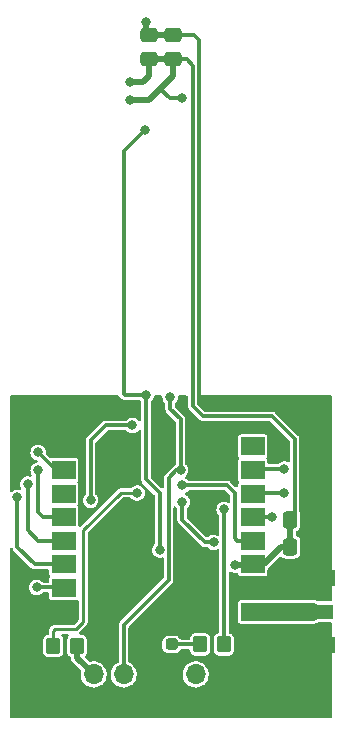
<source format=gtl>
G04 #@! TF.GenerationSoftware,KiCad,Pcbnew,6.0.10*
G04 #@! TF.CreationDate,2023-04-28T22:47:19-05:00*
G04 #@! TF.ProjectId,gas_sensor,6761735f-7365-46e7-936f-722e6b696361,rev?*
G04 #@! TF.SameCoordinates,Original*
G04 #@! TF.FileFunction,Copper,L1,Top*
G04 #@! TF.FilePolarity,Positive*
%FSLAX46Y46*%
G04 Gerber Fmt 4.6, Leading zero omitted, Abs format (unit mm)*
G04 Created by KiCad (PCBNEW 6.0.10) date 2023-04-28 22:47:19*
%MOMM*%
%LPD*%
G01*
G04 APERTURE LIST*
G04 Aperture macros list*
%AMRoundRect*
0 Rectangle with rounded corners*
0 $1 Rounding radius*
0 $2 $3 $4 $5 $6 $7 $8 $9 X,Y pos of 4 corners*
0 Add a 4 corners polygon primitive as box body*
4,1,4,$2,$3,$4,$5,$6,$7,$8,$9,$2,$3,0*
0 Add four circle primitives for the rounded corners*
1,1,$1+$1,$2,$3*
1,1,$1+$1,$4,$5*
1,1,$1+$1,$6,$7*
1,1,$1+$1,$8,$9*
0 Add four rect primitives between the rounded corners*
20,1,$1+$1,$2,$3,$4,$5,0*
20,1,$1+$1,$4,$5,$6,$7,0*
20,1,$1+$1,$6,$7,$8,$9,0*
20,1,$1+$1,$8,$9,$2,$3,0*%
G04 Aperture macros list end*
G04 #@! TA.AperFunction,SMDPad,CuDef*
%ADD10RoundRect,0.237500X-0.287500X-0.237500X0.287500X-0.237500X0.287500X0.237500X-0.287500X0.237500X0*%
G04 #@! TD*
G04 #@! TA.AperFunction,SMDPad,CuDef*
%ADD11RoundRect,0.250000X0.350000X0.450000X-0.350000X0.450000X-0.350000X-0.450000X0.350000X-0.450000X0*%
G04 #@! TD*
G04 #@! TA.AperFunction,SMDPad,CuDef*
%ADD12RoundRect,0.250000X0.337500X0.475000X-0.337500X0.475000X-0.337500X-0.475000X0.337500X-0.475000X0*%
G04 #@! TD*
G04 #@! TA.AperFunction,SMDPad,CuDef*
%ADD13RoundRect,0.250000X0.475000X-0.337500X0.475000X0.337500X-0.475000X0.337500X-0.475000X-0.337500X0*%
G04 #@! TD*
G04 #@! TA.AperFunction,SMDPad,CuDef*
%ADD14RoundRect,0.250000X-0.350000X-0.450000X0.350000X-0.450000X0.350000X0.450000X-0.350000X0.450000X0*%
G04 #@! TD*
G04 #@! TA.AperFunction,SMDPad,CuDef*
%ADD15R,2.000000X1.500000*%
G04 #@! TD*
G04 #@! TA.AperFunction,SMDPad,CuDef*
%ADD16R,3.600000X1.270000*%
G04 #@! TD*
G04 #@! TA.AperFunction,SMDPad,CuDef*
%ADD17R,4.200000X1.350000*%
G04 #@! TD*
G04 #@! TA.AperFunction,ComponentPad*
%ADD18R,1.700000X1.700000*%
G04 #@! TD*
G04 #@! TA.AperFunction,ComponentPad*
%ADD19O,1.700000X1.700000*%
G04 #@! TD*
G04 #@! TA.AperFunction,ViaPad*
%ADD20C,0.800000*%
G04 #@! TD*
G04 #@! TA.AperFunction,Conductor*
%ADD21C,0.500000*%
G04 #@! TD*
G04 #@! TA.AperFunction,Conductor*
%ADD22C,0.300000*%
G04 #@! TD*
G04 #@! TA.AperFunction,Conductor*
%ADD23C,0.250000*%
G04 #@! TD*
G04 #@! TA.AperFunction,Conductor*
%ADD24C,1.500000*%
G04 #@! TD*
G04 APERTURE END LIST*
D10*
X125885000Y-89662000D03*
X127635000Y-89662000D03*
D11*
X132048000Y-89662000D03*
X130048000Y-89662000D03*
D12*
X139752000Y-81407000D03*
X137677000Y-81407000D03*
X139743000Y-79121000D03*
X137668000Y-79121000D03*
D13*
X125730000Y-40132000D03*
X125730000Y-38057000D03*
X127762000Y-40132000D03*
X127762000Y-38057000D03*
D14*
X117618000Y-89789000D03*
X119618000Y-89789000D03*
D15*
X134492000Y-86883000D03*
X134492000Y-84883000D03*
X134492000Y-82883000D03*
X134492000Y-80883000D03*
X134492000Y-78883000D03*
X134492000Y-76883000D03*
X134492000Y-74883000D03*
X134492000Y-72883000D03*
X118492000Y-72883000D03*
X118492000Y-74883000D03*
X118492000Y-76883000D03*
X118492000Y-78883000D03*
X118492000Y-80883000D03*
X118492000Y-82883000D03*
X118492000Y-84883000D03*
X118492000Y-86883000D03*
D16*
X139519000Y-86899000D03*
D17*
X139319000Y-84074000D03*
X139319000Y-89724000D03*
D18*
X118491000Y-92202000D03*
D19*
X121031000Y-92202000D03*
X123571000Y-92202000D03*
D18*
X132207000Y-92202000D03*
D19*
X129667000Y-92202000D03*
D20*
X119380000Y-93980000D03*
X129413000Y-83058000D03*
X122428000Y-72390000D03*
X118110000Y-69850000D03*
X115570000Y-87630000D03*
X132080000Y-93980000D03*
X139700000Y-91440000D03*
X134620000Y-93980000D03*
X137160000Y-69850000D03*
X139700000Y-74930000D03*
X125476000Y-36957000D03*
X139700000Y-72390000D03*
X124460000Y-93980000D03*
X115570000Y-69850000D03*
X139446000Y-77724000D03*
X139700000Y-93980000D03*
X115570000Y-92710000D03*
X125349000Y-78359000D03*
X137160000Y-93980000D03*
X115570000Y-90170000D03*
X120650000Y-69850000D03*
X129540000Y-93980000D03*
X127000000Y-93980000D03*
X121920000Y-93980000D03*
X139700000Y-69850000D03*
X116840000Y-93980000D03*
X127508000Y-68707000D03*
X128397000Y-74930000D03*
X128524000Y-43434000D03*
X124079000Y-42037000D03*
X124079000Y-43561000D03*
X132969000Y-82931000D03*
X125476000Y-68580000D03*
X126619000Y-81661000D03*
X125349000Y-46101000D03*
X120777000Y-77470000D03*
X124320500Y-71120000D03*
X124714000Y-76835000D03*
X128524000Y-76200000D03*
X136144000Y-78867000D03*
X137160000Y-76835000D03*
X137160000Y-74803000D03*
X128524000Y-77597000D03*
X131191000Y-81026000D03*
X116332000Y-74930000D03*
X115443000Y-76073000D03*
X114554000Y-77216000D03*
X116205000Y-84836000D03*
X132080000Y-78232000D03*
X116332000Y-73406000D03*
D21*
X139743000Y-79121000D02*
X139743000Y-81398000D01*
D22*
X138684000Y-72009000D02*
X138684000Y-76962000D01*
D21*
X125730000Y-38057000D02*
X127762000Y-38057000D01*
D22*
X139446000Y-77724000D02*
X139743000Y-78021000D01*
X129921000Y-69269894D02*
X130465053Y-69813947D01*
X129921000Y-38481000D02*
X129921000Y-69269894D01*
X139743000Y-78021000D02*
X139743000Y-79121000D01*
D21*
X139743000Y-81398000D02*
X139752000Y-81407000D01*
D23*
X138684000Y-72009000D02*
X138684000Y-71374000D01*
D22*
X129497000Y-38057000D02*
X129921000Y-38481000D01*
D21*
X125476000Y-36957000D02*
X125476000Y-37803000D01*
D22*
X138684000Y-76962000D02*
X139446000Y-77724000D01*
D23*
X138684000Y-71374000D02*
X137160000Y-69850000D01*
X137160000Y-69850000D02*
X130501106Y-69850000D01*
D21*
X125476000Y-37803000D02*
X125730000Y-38057000D01*
D22*
X127762000Y-38057000D02*
X129497000Y-38057000D01*
D23*
X130501106Y-69850000D02*
X130465053Y-69813947D01*
D22*
X128016000Y-74930000D02*
X127381000Y-75565000D01*
X127381000Y-84201000D02*
X123571000Y-88011000D01*
X123571000Y-88011000D02*
X123571000Y-92202000D01*
X127508000Y-69215000D02*
X127508000Y-69723000D01*
X127508000Y-68707000D02*
X127508000Y-69215000D01*
X127508000Y-69723000D02*
X128397000Y-70612000D01*
X128397000Y-74930000D02*
X128016000Y-74930000D01*
X128397000Y-70612000D02*
X128397000Y-74930000D01*
X127381000Y-75565000D02*
X127381000Y-84201000D01*
D21*
X125222000Y-42037000D02*
X125730000Y-41529000D01*
D22*
X138049000Y-72263000D02*
X138049000Y-78740000D01*
D21*
X137677000Y-81407000D02*
X137677000Y-79130000D01*
X137677000Y-79130000D02*
X137668000Y-79121000D01*
X134492000Y-82883000D02*
X135430000Y-82883000D01*
X134540000Y-82931000D02*
X134492000Y-82883000D01*
X134444000Y-82931000D02*
X134492000Y-82883000D01*
D22*
X127762000Y-40132000D02*
X128905000Y-40132000D01*
D21*
X125730000Y-43561000D02*
X126682500Y-42608500D01*
X125730000Y-40132000D02*
X127762000Y-40132000D01*
X124079000Y-43561000D02*
X125730000Y-43561000D01*
X126682500Y-42608500D02*
X127762000Y-41529000D01*
D22*
X128524000Y-43434000D02*
X127508000Y-43434000D01*
X136144000Y-70358000D02*
X138049000Y-72263000D01*
D21*
X135430000Y-82883000D02*
X136906000Y-81407000D01*
X127762000Y-41529000D02*
X127762000Y-40132000D01*
D22*
X138049000Y-78740000D02*
X137668000Y-79121000D01*
D21*
X137668000Y-81398000D02*
X137677000Y-81407000D01*
D22*
X128905000Y-40132000D02*
X129421000Y-40648000D01*
X129421000Y-40648000D02*
X129421000Y-69477000D01*
D21*
X136906000Y-81407000D02*
X137677000Y-81407000D01*
D22*
X130302000Y-70358000D02*
X136144000Y-70358000D01*
X129421000Y-69477000D02*
X130302000Y-70358000D01*
X127508000Y-43434000D02*
X126682500Y-42608500D01*
D21*
X124079000Y-42037000D02*
X125222000Y-42037000D01*
X125730000Y-41529000D02*
X125730000Y-40132000D01*
X132969000Y-82931000D02*
X134444000Y-82931000D01*
D22*
X125476000Y-68580000D02*
X125476000Y-75692000D01*
X123571000Y-47879000D02*
X123571000Y-68453000D01*
X126619000Y-76835000D02*
X126619000Y-81661000D01*
X125476000Y-75692000D02*
X126619000Y-76835000D01*
X125349000Y-46101000D02*
X123571000Y-47879000D01*
X125476000Y-68580000D02*
X123698000Y-68580000D01*
X123698000Y-68580000D02*
X123571000Y-68453000D01*
X122047000Y-71120000D02*
X120777000Y-72390000D01*
X124320500Y-71120000D02*
X122047000Y-71120000D01*
X120777000Y-72390000D02*
X120777000Y-77470000D01*
D21*
X121031000Y-92202000D02*
X119618000Y-90789000D01*
X119618000Y-90789000D02*
X119618000Y-89789000D01*
X121063000Y-92170000D02*
X121031000Y-92202000D01*
D22*
X130048000Y-89662000D02*
X127635000Y-89662000D01*
D23*
X120142000Y-80010000D02*
X120142000Y-87757000D01*
X117618000Y-88503000D02*
X117618000Y-89789000D01*
X117729000Y-88392000D02*
X117618000Y-88503000D01*
X120142000Y-87757000D02*
X119507000Y-88392000D01*
X123317000Y-76835000D02*
X124714000Y-76835000D01*
X123317000Y-76835000D02*
X120142000Y-80010000D01*
X119507000Y-88392000D02*
X117729000Y-88392000D01*
D22*
X132969000Y-76835000D02*
X132969000Y-80645000D01*
X133207000Y-80883000D02*
X134492000Y-80883000D01*
X132334000Y-76200000D02*
X132969000Y-76835000D01*
X132969000Y-80645000D02*
X133207000Y-80883000D01*
X128524000Y-76200000D02*
X132334000Y-76200000D01*
X136144000Y-78867000D02*
X134508000Y-78867000D01*
X134508000Y-78867000D02*
X134492000Y-78883000D01*
X137160000Y-76835000D02*
X134540000Y-76835000D01*
X134540000Y-76835000D02*
X134492000Y-76883000D01*
X134572000Y-74803000D02*
X134492000Y-74883000D01*
X137160000Y-74803000D02*
X134572000Y-74803000D01*
X128524000Y-79121000D02*
X130429000Y-81026000D01*
X130429000Y-81026000D02*
X131191000Y-81026000D01*
X128524000Y-77597000D02*
X128524000Y-79121000D01*
X116729000Y-78883000D02*
X118492000Y-78883000D01*
X116332000Y-78486000D02*
X116729000Y-78883000D01*
X116332000Y-74930000D02*
X116332000Y-78486000D01*
X116316000Y-80883000D02*
X118492000Y-80883000D01*
X115443000Y-80010000D02*
X116316000Y-80883000D01*
X115443000Y-76073000D02*
X115443000Y-80010000D01*
X116030000Y-82883000D02*
X118492000Y-82883000D01*
X114554000Y-77216000D02*
X114554000Y-81407000D01*
X114554000Y-81407000D02*
X116030000Y-82883000D01*
X118445000Y-84836000D02*
X118492000Y-84883000D01*
X116205000Y-84836000D02*
X118445000Y-84836000D01*
X134508000Y-86899000D02*
X134492000Y-86883000D01*
D24*
X139519000Y-86899000D02*
X134508000Y-86899000D01*
D22*
X132080000Y-89630000D02*
X132048000Y-89662000D01*
X132080000Y-80264000D02*
X132080000Y-89630000D01*
X132080000Y-78232000D02*
X132080000Y-80264000D01*
D23*
X116332000Y-73406000D02*
X117809000Y-74883000D01*
X117809000Y-74883000D02*
X118492000Y-74883000D01*
G04 #@! TA.AperFunction,Conductor*
G36*
X123168718Y-68600002D02*
G01*
X123204791Y-68639875D01*
X123206094Y-68638928D01*
X123219216Y-68656989D01*
X123229545Y-68673844D01*
X123239674Y-68693723D01*
X123262462Y-68716511D01*
X123262465Y-68716515D01*
X123434485Y-68888535D01*
X123434489Y-68888538D01*
X123457277Y-68911326D01*
X123475200Y-68920458D01*
X123477160Y-68921457D01*
X123494017Y-68931787D01*
X123512071Y-68944904D01*
X123521501Y-68947968D01*
X123521503Y-68947969D01*
X123533295Y-68951801D01*
X123551557Y-68959365D01*
X123562606Y-68964995D01*
X123562610Y-68964996D01*
X123571445Y-68969498D01*
X123581243Y-68971050D01*
X123581244Y-68971050D01*
X123587363Y-68972019D01*
X123593483Y-68972988D01*
X123612714Y-68977605D01*
X123633934Y-68984500D01*
X124899253Y-68984500D01*
X124967374Y-69004502D01*
X124984053Y-69017307D01*
X125030300Y-69059389D01*
X125067222Y-69120029D01*
X125071500Y-69152582D01*
X125071500Y-70651339D01*
X125051498Y-70719460D01*
X124997842Y-70765953D01*
X124927568Y-70776057D01*
X124862988Y-70746563D01*
X124841660Y-70722705D01*
X124819358Y-70690254D01*
X124819352Y-70690248D01*
X124815053Y-70683992D01*
X124696775Y-70578611D01*
X124689389Y-70574700D01*
X124563488Y-70508039D01*
X124563489Y-70508039D01*
X124556774Y-70504484D01*
X124403133Y-70465892D01*
X124395534Y-70465852D01*
X124395533Y-70465852D01*
X124329681Y-70465507D01*
X124244721Y-70465062D01*
X124237341Y-70466834D01*
X124237339Y-70466834D01*
X124098063Y-70500271D01*
X124098060Y-70500272D01*
X124090684Y-70502043D01*
X123949914Y-70574700D01*
X123830539Y-70678838D01*
X123829698Y-70677874D01*
X123775849Y-70711050D01*
X123742657Y-70715500D01*
X121982934Y-70715500D01*
X121973501Y-70718565D01*
X121961714Y-70722395D01*
X121942483Y-70727012D01*
X121936363Y-70727981D01*
X121930244Y-70728950D01*
X121930243Y-70728950D01*
X121920445Y-70730502D01*
X121911610Y-70735004D01*
X121911606Y-70735005D01*
X121900557Y-70740635D01*
X121882295Y-70748199D01*
X121870503Y-70752031D01*
X121870501Y-70752032D01*
X121861071Y-70755096D01*
X121846128Y-70765953D01*
X121843017Y-70768213D01*
X121826160Y-70778543D01*
X121806277Y-70788674D01*
X121783489Y-70811462D01*
X121783485Y-70811465D01*
X120468465Y-72126485D01*
X120468462Y-72126489D01*
X120445674Y-72149277D01*
X120441171Y-72158115D01*
X120435546Y-72169154D01*
X120425216Y-72186011D01*
X120412095Y-72204071D01*
X120409030Y-72213504D01*
X120405199Y-72225295D01*
X120397634Y-72243561D01*
X120387502Y-72263445D01*
X120385951Y-72273238D01*
X120384011Y-72285487D01*
X120379395Y-72304713D01*
X120372500Y-72325934D01*
X120372500Y-76896996D01*
X120352498Y-76965117D01*
X120329330Y-76991945D01*
X120287039Y-77028838D01*
X120195950Y-77158444D01*
X120178660Y-77202790D01*
X120141782Y-77297379D01*
X120138406Y-77306037D01*
X120137414Y-77313570D01*
X120137414Y-77313571D01*
X120118752Y-77455329D01*
X120117729Y-77463096D01*
X120120515Y-77488326D01*
X120134199Y-77612271D01*
X120135113Y-77620553D01*
X120137723Y-77627684D01*
X120137723Y-77627686D01*
X120186185Y-77760115D01*
X120189553Y-77769319D01*
X120193789Y-77775622D01*
X120193789Y-77775623D01*
X120265944Y-77883000D01*
X120277908Y-77900805D01*
X120283527Y-77905918D01*
X120283528Y-77905919D01*
X120354319Y-77970333D01*
X120395076Y-78007419D01*
X120534293Y-78083008D01*
X120687522Y-78123207D01*
X120771477Y-78124526D01*
X120838319Y-78125576D01*
X120838322Y-78125576D01*
X120845916Y-78125695D01*
X121000332Y-78090329D01*
X121088726Y-78045872D01*
X121135072Y-78022563D01*
X121135075Y-78022561D01*
X121141855Y-78019151D01*
X121147626Y-78014222D01*
X121147629Y-78014220D01*
X121256536Y-77921204D01*
X121256536Y-77921203D01*
X121262314Y-77916269D01*
X121354755Y-77787624D01*
X121413842Y-77640641D01*
X121436162Y-77483807D01*
X121436307Y-77470000D01*
X121417276Y-77312733D01*
X121361280Y-77164546D01*
X121287152Y-77056689D01*
X121275855Y-77040251D01*
X121275854Y-77040249D01*
X121271553Y-77033992D01*
X121264780Y-77027957D01*
X121223681Y-76991340D01*
X121186126Y-76931090D01*
X121181500Y-76897263D01*
X121181500Y-72609740D01*
X121201502Y-72541619D01*
X121218405Y-72520645D01*
X122177645Y-71561405D01*
X122239957Y-71527379D01*
X122266740Y-71524500D01*
X123743754Y-71524500D01*
X123811875Y-71544502D01*
X123828550Y-71557304D01*
X123938576Y-71657419D01*
X124077793Y-71733008D01*
X124231022Y-71773207D01*
X124314977Y-71774526D01*
X124381819Y-71775576D01*
X124381822Y-71775576D01*
X124389416Y-71775695D01*
X124543832Y-71740329D01*
X124614242Y-71704917D01*
X124678572Y-71672563D01*
X124678575Y-71672561D01*
X124685355Y-71669151D01*
X124691126Y-71664222D01*
X124691129Y-71664220D01*
X124800036Y-71571204D01*
X124800036Y-71571203D01*
X124805814Y-71566269D01*
X124843179Y-71514270D01*
X124899173Y-71470624D01*
X124969876Y-71464178D01*
X125032840Y-71496981D01*
X125068075Y-71558618D01*
X125071500Y-71587798D01*
X125071500Y-75756066D01*
X125074565Y-75765498D01*
X125074565Y-75765500D01*
X125078395Y-75777287D01*
X125083011Y-75796513D01*
X125086502Y-75818555D01*
X125091003Y-75827388D01*
X125096633Y-75838438D01*
X125104199Y-75856704D01*
X125111095Y-75877929D01*
X125116925Y-75885953D01*
X125124216Y-75895989D01*
X125134545Y-75912844D01*
X125144674Y-75932723D01*
X125167462Y-75955511D01*
X125167465Y-75955515D01*
X126177595Y-76965645D01*
X126211621Y-77027957D01*
X126214500Y-77054740D01*
X126214500Y-81087996D01*
X126194498Y-81156117D01*
X126171330Y-81182945D01*
X126129039Y-81219838D01*
X126037950Y-81349444D01*
X126016147Y-81405367D01*
X125989792Y-81472964D01*
X125980406Y-81497037D01*
X125979414Y-81504570D01*
X125979414Y-81504571D01*
X125960752Y-81646329D01*
X125959729Y-81654096D01*
X125977113Y-81811553D01*
X125979723Y-81818684D01*
X125979723Y-81818686D01*
X126028876Y-81953003D01*
X126031553Y-81960319D01*
X126119908Y-82091805D01*
X126125527Y-82096918D01*
X126125528Y-82096919D01*
X126197068Y-82162015D01*
X126237076Y-82198419D01*
X126376293Y-82274008D01*
X126529522Y-82314207D01*
X126613477Y-82315526D01*
X126680319Y-82316576D01*
X126680322Y-82316576D01*
X126687916Y-82316695D01*
X126695320Y-82314999D01*
X126695322Y-82314999D01*
X126822371Y-82285901D01*
X126893237Y-82290190D01*
X126950536Y-82332112D01*
X126976073Y-82398357D01*
X126976500Y-82408721D01*
X126976500Y-83981261D01*
X126956498Y-84049382D01*
X126939595Y-84070356D01*
X123262465Y-87747485D01*
X123262462Y-87747489D01*
X123239674Y-87770277D01*
X123235171Y-87779115D01*
X123229546Y-87790154D01*
X123219216Y-87807011D01*
X123206095Y-87825071D01*
X123203030Y-87834504D01*
X123199199Y-87846295D01*
X123191634Y-87864561D01*
X123181502Y-87884445D01*
X123179951Y-87894238D01*
X123178011Y-87906487D01*
X123173395Y-87925713D01*
X123166500Y-87946934D01*
X123166500Y-91087073D01*
X123146498Y-91155194D01*
X123095616Y-91200030D01*
X123093463Y-91200824D01*
X122919010Y-91304612D01*
X122914670Y-91308418D01*
X122914666Y-91308421D01*
X122894723Y-91325911D01*
X122766392Y-91438455D01*
X122640720Y-91597869D01*
X122638031Y-91602980D01*
X122638029Y-91602983D01*
X122625073Y-91627609D01*
X122546203Y-91777515D01*
X122486007Y-91971378D01*
X122462148Y-92172964D01*
X122475424Y-92375522D01*
X122476845Y-92381118D01*
X122476846Y-92381123D01*
X122497119Y-92460945D01*
X122525392Y-92572269D01*
X122527809Y-92577512D01*
X122565010Y-92658208D01*
X122610377Y-92756616D01*
X122727533Y-92922389D01*
X122872938Y-93064035D01*
X123041720Y-93176812D01*
X123047023Y-93179090D01*
X123047026Y-93179092D01*
X123135707Y-93217192D01*
X123228228Y-93256942D01*
X123301244Y-93273464D01*
X123420579Y-93300467D01*
X123420584Y-93300468D01*
X123426216Y-93301742D01*
X123431987Y-93301969D01*
X123431989Y-93301969D01*
X123491756Y-93304317D01*
X123629053Y-93309712D01*
X123729499Y-93295148D01*
X123824231Y-93281413D01*
X123824236Y-93281412D01*
X123829945Y-93280584D01*
X123835409Y-93278729D01*
X123835414Y-93278728D01*
X124016693Y-93217192D01*
X124016698Y-93217190D01*
X124022165Y-93215334D01*
X124199276Y-93116147D01*
X124261934Y-93064035D01*
X124350913Y-92990031D01*
X124355345Y-92986345D01*
X124485147Y-92830276D01*
X124584334Y-92653165D01*
X124586190Y-92647698D01*
X124586192Y-92647693D01*
X124647728Y-92466414D01*
X124647729Y-92466409D01*
X124649584Y-92460945D01*
X124650412Y-92455236D01*
X124650413Y-92455231D01*
X124678179Y-92263727D01*
X124678712Y-92260053D01*
X124680232Y-92202000D01*
X124677564Y-92172964D01*
X128558148Y-92172964D01*
X128571424Y-92375522D01*
X128572845Y-92381118D01*
X128572846Y-92381123D01*
X128593119Y-92460945D01*
X128621392Y-92572269D01*
X128623809Y-92577512D01*
X128661010Y-92658208D01*
X128706377Y-92756616D01*
X128823533Y-92922389D01*
X128968938Y-93064035D01*
X129137720Y-93176812D01*
X129143023Y-93179090D01*
X129143026Y-93179092D01*
X129231707Y-93217192D01*
X129324228Y-93256942D01*
X129397244Y-93273464D01*
X129516579Y-93300467D01*
X129516584Y-93300468D01*
X129522216Y-93301742D01*
X129527987Y-93301969D01*
X129527989Y-93301969D01*
X129587756Y-93304317D01*
X129725053Y-93309712D01*
X129825499Y-93295148D01*
X129920231Y-93281413D01*
X129920236Y-93281412D01*
X129925945Y-93280584D01*
X129931409Y-93278729D01*
X129931414Y-93278728D01*
X130112693Y-93217192D01*
X130112698Y-93217190D01*
X130118165Y-93215334D01*
X130295276Y-93116147D01*
X130357934Y-93064035D01*
X130446913Y-92990031D01*
X130451345Y-92986345D01*
X130581147Y-92830276D01*
X130680334Y-92653165D01*
X130682190Y-92647698D01*
X130682192Y-92647693D01*
X130743728Y-92466414D01*
X130743729Y-92466409D01*
X130745584Y-92460945D01*
X130746412Y-92455236D01*
X130746413Y-92455231D01*
X130774179Y-92263727D01*
X130774712Y-92260053D01*
X130776232Y-92202000D01*
X130757658Y-91999859D01*
X130756090Y-91994299D01*
X130704125Y-91810046D01*
X130704124Y-91810044D01*
X130702557Y-91804487D01*
X130691978Y-91783033D01*
X130615331Y-91627609D01*
X130612776Y-91622428D01*
X130491320Y-91459779D01*
X130342258Y-91321987D01*
X130337375Y-91318906D01*
X130337371Y-91318903D01*
X130175464Y-91216748D01*
X130170581Y-91213667D01*
X129982039Y-91138446D01*
X129976379Y-91137320D01*
X129976375Y-91137319D01*
X129788613Y-91099971D01*
X129788610Y-91099971D01*
X129782946Y-91098844D01*
X129777171Y-91098768D01*
X129777167Y-91098768D01*
X129675793Y-91097441D01*
X129579971Y-91096187D01*
X129574274Y-91097166D01*
X129574273Y-91097166D01*
X129385607Y-91129585D01*
X129379910Y-91130564D01*
X129189463Y-91200824D01*
X129015010Y-91304612D01*
X129010670Y-91308418D01*
X129010666Y-91308421D01*
X128990723Y-91325911D01*
X128862392Y-91438455D01*
X128736720Y-91597869D01*
X128734031Y-91602980D01*
X128734029Y-91602983D01*
X128721073Y-91627609D01*
X128642203Y-91777515D01*
X128582007Y-91971378D01*
X128558148Y-92172964D01*
X124677564Y-92172964D01*
X124661658Y-91999859D01*
X124660090Y-91994299D01*
X124608125Y-91810046D01*
X124608124Y-91810044D01*
X124606557Y-91804487D01*
X124595978Y-91783033D01*
X124519331Y-91627609D01*
X124516776Y-91622428D01*
X124395320Y-91459779D01*
X124246258Y-91321987D01*
X124241375Y-91318906D01*
X124241371Y-91318903D01*
X124079464Y-91216748D01*
X124074581Y-91213667D01*
X124069221Y-91211528D01*
X124069214Y-91211525D01*
X124054811Y-91205779D01*
X123998951Y-91161959D01*
X123975500Y-91088749D01*
X123975500Y-89946070D01*
X126855500Y-89946070D01*
X126862036Y-90006236D01*
X126864810Y-90013635D01*
X126892127Y-90086502D01*
X126911507Y-90138199D01*
X126996026Y-90250974D01*
X127108801Y-90335493D01*
X127117202Y-90338643D01*
X127117205Y-90338644D01*
X127163084Y-90355843D01*
X127240764Y-90384964D01*
X127300930Y-90391500D01*
X127969070Y-90391500D01*
X128029236Y-90384964D01*
X128106916Y-90355843D01*
X128152795Y-90338644D01*
X128152798Y-90338643D01*
X128161199Y-90335493D01*
X128273974Y-90250974D01*
X128358493Y-90138199D01*
X128361047Y-90131386D01*
X128410698Y-90081846D01*
X128470961Y-90066500D01*
X129070316Y-90066500D01*
X129138437Y-90086502D01*
X129184930Y-90140158D01*
X129195579Y-90178891D01*
X129200202Y-90221448D01*
X129250929Y-90356764D01*
X129256309Y-90363943D01*
X129256311Y-90363946D01*
X129276962Y-90391500D01*
X129337596Y-90472404D01*
X129344776Y-90477785D01*
X129446054Y-90553689D01*
X129446057Y-90553691D01*
X129453236Y-90559071D01*
X129541673Y-90592224D01*
X129581157Y-90607026D01*
X129581159Y-90607026D01*
X129588552Y-90609798D01*
X129596402Y-90610651D01*
X129596403Y-90610651D01*
X129646847Y-90616131D01*
X129650244Y-90616500D01*
X130445756Y-90616500D01*
X130449153Y-90616131D01*
X130499597Y-90610651D01*
X130499598Y-90610651D01*
X130507448Y-90609798D01*
X130514841Y-90607026D01*
X130514843Y-90607026D01*
X130554327Y-90592224D01*
X130642764Y-90559071D01*
X130649943Y-90553691D01*
X130649946Y-90553689D01*
X130751224Y-90477785D01*
X130758404Y-90472404D01*
X130819038Y-90391500D01*
X130839689Y-90363946D01*
X130839691Y-90363943D01*
X130845071Y-90356764D01*
X130895798Y-90221448D01*
X130902500Y-90159756D01*
X130902500Y-89164244D01*
X130895798Y-89102552D01*
X130845071Y-88967236D01*
X130839691Y-88960057D01*
X130839689Y-88960054D01*
X130763785Y-88858776D01*
X130758404Y-88851596D01*
X130708904Y-88814498D01*
X130649946Y-88770311D01*
X130649943Y-88770309D01*
X130642764Y-88764929D01*
X130533326Y-88723903D01*
X130514843Y-88716974D01*
X130514841Y-88716974D01*
X130507448Y-88714202D01*
X130499598Y-88713349D01*
X130499597Y-88713349D01*
X130449153Y-88707869D01*
X130449152Y-88707869D01*
X130445756Y-88707500D01*
X129650244Y-88707500D01*
X129646848Y-88707869D01*
X129646847Y-88707869D01*
X129596403Y-88713349D01*
X129596402Y-88713349D01*
X129588552Y-88714202D01*
X129581159Y-88716974D01*
X129581157Y-88716974D01*
X129562674Y-88723903D01*
X129453236Y-88764929D01*
X129446057Y-88770309D01*
X129446054Y-88770311D01*
X129387096Y-88814498D01*
X129337596Y-88851596D01*
X129332215Y-88858776D01*
X129256311Y-88960054D01*
X129256309Y-88960057D01*
X129250929Y-88967236D01*
X129200202Y-89102552D01*
X129199349Y-89110400D01*
X129199349Y-89110402D01*
X129195579Y-89145108D01*
X129168337Y-89210670D01*
X129109974Y-89251096D01*
X129070316Y-89257500D01*
X128470961Y-89257500D01*
X128402840Y-89237498D01*
X128361076Y-89192690D01*
X128358493Y-89185801D01*
X128273974Y-89073026D01*
X128161199Y-88988507D01*
X128152798Y-88985357D01*
X128152795Y-88985356D01*
X128074387Y-88955963D01*
X128029236Y-88939036D01*
X127969070Y-88932500D01*
X127300930Y-88932500D01*
X127240764Y-88939036D01*
X127195613Y-88955963D01*
X127117205Y-88985356D01*
X127117202Y-88985357D01*
X127108801Y-88988507D01*
X126996026Y-89073026D01*
X126911507Y-89185801D01*
X126908357Y-89194202D01*
X126908356Y-89194205D01*
X126887029Y-89251096D01*
X126862036Y-89317764D01*
X126855500Y-89377930D01*
X126855500Y-89946070D01*
X123975500Y-89946070D01*
X123975500Y-88230740D01*
X123995502Y-88162619D01*
X124012405Y-88141645D01*
X127689535Y-84464514D01*
X127712326Y-84441723D01*
X127722457Y-84421840D01*
X127732784Y-84404987D01*
X127745905Y-84386929D01*
X127752801Y-84365704D01*
X127760367Y-84347438D01*
X127765997Y-84336388D01*
X127770498Y-84327555D01*
X127773989Y-84305513D01*
X127778605Y-84286287D01*
X127782435Y-84274500D01*
X127782435Y-84274498D01*
X127785500Y-84265066D01*
X127785500Y-78084947D01*
X127805502Y-78016826D01*
X127859158Y-77970333D01*
X127929432Y-77960229D01*
X127994012Y-77989723D01*
X128016080Y-78014669D01*
X128020671Y-78021500D01*
X128024908Y-78027805D01*
X128044766Y-78045874D01*
X128078300Y-78076388D01*
X128115222Y-78137029D01*
X128119500Y-78169582D01*
X128119500Y-79185066D01*
X128122565Y-79194498D01*
X128122565Y-79194500D01*
X128126395Y-79206287D01*
X128131011Y-79225513D01*
X128134502Y-79247555D01*
X128139003Y-79256388D01*
X128144633Y-79267438D01*
X128152199Y-79285704D01*
X128159095Y-79306929D01*
X128164925Y-79314953D01*
X128172216Y-79324989D01*
X128182545Y-79341844D01*
X128192674Y-79361723D01*
X128215462Y-79384511D01*
X128215465Y-79384515D01*
X130165485Y-81334535D01*
X130165489Y-81334538D01*
X130188277Y-81357326D01*
X130208154Y-81367454D01*
X130225011Y-81377784D01*
X130243071Y-81390905D01*
X130252504Y-81393970D01*
X130264295Y-81397801D01*
X130282561Y-81405366D01*
X130302445Y-81415498D01*
X130312238Y-81417049D01*
X130324487Y-81418989D01*
X130343713Y-81423605D01*
X130355500Y-81427435D01*
X130355502Y-81427435D01*
X130364934Y-81430500D01*
X130614254Y-81430500D01*
X130682375Y-81450502D01*
X130699050Y-81463304D01*
X130773551Y-81531094D01*
X130802932Y-81557828D01*
X130809076Y-81563419D01*
X130948293Y-81639008D01*
X131101522Y-81679207D01*
X131185477Y-81680526D01*
X131252319Y-81681576D01*
X131252322Y-81681576D01*
X131259916Y-81681695D01*
X131414332Y-81646329D01*
X131468652Y-81619009D01*
X131492886Y-81606821D01*
X131562731Y-81594083D01*
X131628375Y-81621127D01*
X131668976Y-81679368D01*
X131675500Y-81719386D01*
X131675500Y-88594989D01*
X131655498Y-88663110D01*
X131601842Y-88709603D01*
X131588541Y-88714172D01*
X131588552Y-88714202D01*
X131453236Y-88764929D01*
X131446057Y-88770309D01*
X131446054Y-88770311D01*
X131387096Y-88814498D01*
X131337596Y-88851596D01*
X131332215Y-88858776D01*
X131256311Y-88960054D01*
X131256309Y-88960057D01*
X131250929Y-88967236D01*
X131200202Y-89102552D01*
X131193500Y-89164244D01*
X131193500Y-90159756D01*
X131200202Y-90221448D01*
X131250929Y-90356764D01*
X131256309Y-90363943D01*
X131256311Y-90363946D01*
X131276962Y-90391500D01*
X131337596Y-90472404D01*
X131344776Y-90477785D01*
X131446054Y-90553689D01*
X131446057Y-90553691D01*
X131453236Y-90559071D01*
X131541673Y-90592224D01*
X131581157Y-90607026D01*
X131581159Y-90607026D01*
X131588552Y-90609798D01*
X131596402Y-90610651D01*
X131596403Y-90610651D01*
X131646847Y-90616131D01*
X131650244Y-90616500D01*
X132445756Y-90616500D01*
X132449153Y-90616131D01*
X132499597Y-90610651D01*
X132499598Y-90610651D01*
X132507448Y-90609798D01*
X132514841Y-90607026D01*
X132514843Y-90607026D01*
X132554327Y-90592224D01*
X132642764Y-90559071D01*
X132649943Y-90553691D01*
X132649946Y-90553689D01*
X132751224Y-90477785D01*
X132758404Y-90472404D01*
X132819038Y-90391500D01*
X132839689Y-90363946D01*
X132839691Y-90363943D01*
X132845071Y-90356764D01*
X132895798Y-90221448D01*
X132902500Y-90159756D01*
X132902500Y-89164244D01*
X132895798Y-89102552D01*
X132845071Y-88967236D01*
X132839691Y-88960057D01*
X132839689Y-88960054D01*
X132763785Y-88858776D01*
X132758404Y-88851596D01*
X132708904Y-88814498D01*
X132649946Y-88770311D01*
X132649943Y-88770309D01*
X132642764Y-88764929D01*
X132566270Y-88736253D01*
X132509506Y-88693611D01*
X132484806Y-88627050D01*
X132484500Y-88618271D01*
X132484500Y-83624512D01*
X132504502Y-83556391D01*
X132558158Y-83509898D01*
X132628432Y-83499794D01*
X132670622Y-83513781D01*
X132726293Y-83544008D01*
X132879522Y-83584207D01*
X132963477Y-83585526D01*
X133030319Y-83586576D01*
X133030322Y-83586576D01*
X133037916Y-83586695D01*
X133045320Y-83584999D01*
X133045322Y-83584999D01*
X133088819Y-83575037D01*
X133159686Y-83579326D01*
X133216984Y-83621248D01*
X133240525Y-83673272D01*
X133252266Y-83732301D01*
X133308516Y-83816484D01*
X133392699Y-83872734D01*
X133466933Y-83887500D01*
X134491834Y-83887500D01*
X135517066Y-83887499D01*
X135552818Y-83880388D01*
X135579126Y-83875156D01*
X135579128Y-83875155D01*
X135591301Y-83872734D01*
X135601621Y-83865839D01*
X135601622Y-83865838D01*
X135665168Y-83823377D01*
X135675484Y-83816484D01*
X135731734Y-83732301D01*
X135746500Y-83658067D01*
X135746500Y-83334042D01*
X135766502Y-83265921D01*
X135790251Y-83238590D01*
X135801430Y-83228958D01*
X135807283Y-83223915D01*
X135807285Y-83223913D01*
X135814082Y-83218056D01*
X135818965Y-83210523D01*
X135824699Y-83203949D01*
X135833926Y-83192545D01*
X136793386Y-82233085D01*
X136855698Y-82199059D01*
X136926513Y-82204124D01*
X136971576Y-82233085D01*
X136973715Y-82235224D01*
X136979096Y-82242404D01*
X136986276Y-82247785D01*
X137087554Y-82323689D01*
X137087557Y-82323691D01*
X137094736Y-82329071D01*
X137149589Y-82349634D01*
X137222657Y-82377026D01*
X137222659Y-82377026D01*
X137230052Y-82379798D01*
X137237902Y-82380651D01*
X137237903Y-82380651D01*
X137284380Y-82385700D01*
X137291744Y-82386500D01*
X138062256Y-82386500D01*
X138069620Y-82385700D01*
X138116097Y-82380651D01*
X138116098Y-82380651D01*
X138123948Y-82379798D01*
X138131341Y-82377026D01*
X138131343Y-82377026D01*
X138204411Y-82349634D01*
X138259264Y-82329071D01*
X138266443Y-82323691D01*
X138266446Y-82323689D01*
X138367724Y-82247785D01*
X138374904Y-82242404D01*
X138435152Y-82162015D01*
X138456189Y-82133946D01*
X138456191Y-82133943D01*
X138461571Y-82126764D01*
X138512298Y-81991448D01*
X138519000Y-81929756D01*
X138519000Y-80884244D01*
X138512298Y-80822552D01*
X138509525Y-80815153D01*
X138481246Y-80739720D01*
X138461571Y-80687236D01*
X138456191Y-80680057D01*
X138456189Y-80680054D01*
X138380285Y-80578776D01*
X138374904Y-80571596D01*
X138259264Y-80484929D01*
X138250854Y-80481776D01*
X138246992Y-80479662D01*
X138196846Y-80429404D01*
X138181500Y-80369141D01*
X138181500Y-80153932D01*
X138201502Y-80085811D01*
X138245401Y-80044894D01*
X138250264Y-80043071D01*
X138365904Y-79956404D01*
X138381213Y-79935977D01*
X138447189Y-79847946D01*
X138447191Y-79847943D01*
X138452571Y-79840764D01*
X138489364Y-79742617D01*
X138500526Y-79712843D01*
X138500526Y-79712841D01*
X138503298Y-79705448D01*
X138510000Y-79643756D01*
X138510000Y-78598244D01*
X138503298Y-78536552D01*
X138461833Y-78425941D01*
X138461518Y-78425102D01*
X138453500Y-78380873D01*
X138453500Y-72198934D01*
X138446605Y-72177713D01*
X138441989Y-72158487D01*
X138440049Y-72146238D01*
X138438498Y-72136445D01*
X138428366Y-72116561D01*
X138420801Y-72098295D01*
X138416970Y-72086504D01*
X138413905Y-72077071D01*
X138400784Y-72059011D01*
X138390454Y-72042154D01*
X138384829Y-72031115D01*
X138380326Y-72022277D01*
X138357538Y-71999489D01*
X138357535Y-71999485D01*
X136407515Y-70049465D01*
X136407511Y-70049462D01*
X136384723Y-70026674D01*
X136364844Y-70016545D01*
X136347989Y-70006216D01*
X136337953Y-69998925D01*
X136329929Y-69993095D01*
X136308704Y-69986199D01*
X136290438Y-69978633D01*
X136270555Y-69968502D01*
X136248513Y-69965011D01*
X136229287Y-69960395D01*
X136217500Y-69956565D01*
X136217498Y-69956565D01*
X136208066Y-69953500D01*
X130521740Y-69953500D01*
X130453619Y-69933498D01*
X130432645Y-69916595D01*
X129862405Y-69346355D01*
X129828379Y-69284043D01*
X129825500Y-69257260D01*
X129825500Y-68706000D01*
X129845502Y-68637879D01*
X129899158Y-68591386D01*
X129951500Y-68580000D01*
X130516010Y-68580000D01*
X130540591Y-68582421D01*
X130556000Y-68585486D01*
X130568897Y-68582921D01*
X130593476Y-68580500D01*
X141097500Y-68580500D01*
X141165621Y-68600502D01*
X141212114Y-68654158D01*
X141223500Y-68706500D01*
X141223500Y-85883500D01*
X141203498Y-85951621D01*
X141149842Y-85998114D01*
X141097500Y-86009500D01*
X140018894Y-86009500D01*
X139968853Y-85999137D01*
X139859050Y-85951621D01*
X139824297Y-85936582D01*
X139624540Y-85894851D01*
X139619700Y-85894597D01*
X139619697Y-85894597D01*
X139619641Y-85894594D01*
X139617842Y-85894500D01*
X135609915Y-85894500D01*
X135585334Y-85892079D01*
X135523135Y-85879707D01*
X135517067Y-85878500D01*
X134492166Y-85878500D01*
X133466934Y-85878501D01*
X133431182Y-85885612D01*
X133404874Y-85890844D01*
X133404872Y-85890845D01*
X133392699Y-85893266D01*
X133382379Y-85900161D01*
X133382378Y-85900162D01*
X133321985Y-85940516D01*
X133308516Y-85949516D01*
X133252266Y-86033699D01*
X133237500Y-86107933D01*
X133237501Y-87658066D01*
X133252266Y-87732301D01*
X133259161Y-87742621D01*
X133259162Y-87742622D01*
X133289817Y-87788499D01*
X133308516Y-87816484D01*
X133392699Y-87872734D01*
X133466933Y-87887500D01*
X134314531Y-87887500D01*
X134340288Y-87890161D01*
X134402460Y-87903149D01*
X134407300Y-87903403D01*
X134407303Y-87903403D01*
X134407359Y-87903406D01*
X134409158Y-87903500D01*
X139569997Y-87903500D01*
X139618216Y-87898602D01*
X139715676Y-87888703D01*
X139715678Y-87888703D01*
X139722024Y-87888058D01*
X139855290Y-87846295D01*
X139910664Y-87828942D01*
X139910666Y-87828941D01*
X139916755Y-87827033D01*
X139957771Y-87804297D01*
X140018858Y-87788499D01*
X141097500Y-87788499D01*
X141165621Y-87808501D01*
X141212114Y-87862157D01*
X141223500Y-87914499D01*
X141223500Y-95758500D01*
X141203498Y-95826621D01*
X141149842Y-95873114D01*
X141097500Y-95884500D01*
X114045500Y-95884500D01*
X113977379Y-95864498D01*
X113930886Y-95810842D01*
X113919500Y-95758500D01*
X113919500Y-81570029D01*
X113939502Y-81501908D01*
X113993158Y-81455415D01*
X114063432Y-81445311D01*
X114128012Y-81474805D01*
X114163729Y-81528673D01*
X114164502Y-81533555D01*
X114169005Y-81542392D01*
X114174633Y-81553438D01*
X114182199Y-81571704D01*
X114189095Y-81592929D01*
X114194925Y-81600953D01*
X114202216Y-81610989D01*
X114212545Y-81627844D01*
X114222674Y-81647723D01*
X114245462Y-81670511D01*
X114245465Y-81670515D01*
X115766485Y-83191535D01*
X115766489Y-83191538D01*
X115789277Y-83214326D01*
X115807200Y-83223458D01*
X115809160Y-83224457D01*
X115826017Y-83234787D01*
X115844071Y-83247904D01*
X115853501Y-83250968D01*
X115853503Y-83250969D01*
X115865295Y-83254801D01*
X115883557Y-83262365D01*
X115894606Y-83267995D01*
X115894610Y-83267996D01*
X115903445Y-83272498D01*
X115913243Y-83274050D01*
X115913244Y-83274050D01*
X115919363Y-83275019D01*
X115925483Y-83275988D01*
X115944714Y-83280605D01*
X115965934Y-83287500D01*
X117111501Y-83287500D01*
X117179622Y-83307502D01*
X117226115Y-83361158D01*
X117237501Y-83413500D01*
X117237501Y-83658066D01*
X117252266Y-83732301D01*
X117306188Y-83813000D01*
X117327402Y-83880750D01*
X117306188Y-83953000D01*
X117252266Y-84033699D01*
X117237500Y-84107933D01*
X117237500Y-84305500D01*
X117217498Y-84373621D01*
X117163842Y-84420114D01*
X117111500Y-84431500D01*
X116782906Y-84431500D01*
X116714785Y-84411498D01*
X116699087Y-84399577D01*
X116674306Y-84377498D01*
X116581275Y-84294611D01*
X116573889Y-84290700D01*
X116447988Y-84224039D01*
X116447989Y-84224039D01*
X116441274Y-84220484D01*
X116287633Y-84181892D01*
X116280034Y-84181852D01*
X116280033Y-84181852D01*
X116214181Y-84181507D01*
X116129221Y-84181062D01*
X116121841Y-84182834D01*
X116121839Y-84182834D01*
X115982563Y-84216271D01*
X115982560Y-84216272D01*
X115975184Y-84218043D01*
X115834414Y-84290700D01*
X115715039Y-84394838D01*
X115623950Y-84524444D01*
X115566406Y-84672037D01*
X115545729Y-84829096D01*
X115563113Y-84986553D01*
X115617553Y-85135319D01*
X115621789Y-85141622D01*
X115621789Y-85141623D01*
X115690994Y-85244610D01*
X115705908Y-85266805D01*
X115711527Y-85271918D01*
X115711528Y-85271919D01*
X115815472Y-85366500D01*
X115823076Y-85373419D01*
X115962293Y-85449008D01*
X116115522Y-85489207D01*
X116199477Y-85490526D01*
X116266319Y-85491576D01*
X116266322Y-85491576D01*
X116273916Y-85491695D01*
X116428332Y-85456329D01*
X116498742Y-85420917D01*
X116563072Y-85388563D01*
X116563075Y-85388561D01*
X116569855Y-85385151D01*
X116575626Y-85380222D01*
X116575629Y-85380220D01*
X116684537Y-85287203D01*
X116690314Y-85282269D01*
X116691855Y-85280125D01*
X116750875Y-85244610D01*
X116782793Y-85240500D01*
X117111501Y-85240500D01*
X117179622Y-85260502D01*
X117226115Y-85314158D01*
X117237501Y-85366500D01*
X117237501Y-85658066D01*
X117252266Y-85732301D01*
X117308516Y-85816484D01*
X117392699Y-85872734D01*
X117466933Y-85887500D01*
X118491834Y-85887500D01*
X119517066Y-85887499D01*
X119552818Y-85880388D01*
X119579126Y-85875156D01*
X119579128Y-85875155D01*
X119591301Y-85872734D01*
X119594325Y-85870713D01*
X119658872Y-85863774D01*
X119722359Y-85895554D01*
X119758586Y-85956612D01*
X119762500Y-85987772D01*
X119762500Y-87547616D01*
X119742498Y-87615737D01*
X119725595Y-87636711D01*
X119386711Y-87975595D01*
X119324399Y-88009621D01*
X119297616Y-88012500D01*
X117782925Y-88012500D01*
X117758967Y-88009950D01*
X117757308Y-88009872D01*
X117747124Y-88007679D01*
X117736782Y-88008903D01*
X117736779Y-88008903D01*
X117713779Y-88011626D01*
X117707848Y-88011976D01*
X117707856Y-88012072D01*
X117702680Y-88012500D01*
X117697476Y-88012500D01*
X117678412Y-88015673D01*
X117672566Y-88016504D01*
X117661117Y-88017859D01*
X117621659Y-88022530D01*
X117613407Y-88026493D01*
X117604374Y-88027996D01*
X117595205Y-88032943D01*
X117595203Y-88032944D01*
X117559268Y-88052334D01*
X117553976Y-88055031D01*
X117507768Y-88077219D01*
X117503493Y-88080813D01*
X117501568Y-88082738D01*
X117499638Y-88084509D01*
X117499553Y-88084555D01*
X117499441Y-88084432D01*
X117498906Y-88084904D01*
X117493186Y-88087990D01*
X117486119Y-88095635D01*
X117456584Y-88127586D01*
X117453154Y-88131152D01*
X117387784Y-88196522D01*
X117369036Y-88211664D01*
X117367811Y-88212779D01*
X117359060Y-88218429D01*
X117352613Y-88226607D01*
X117352611Y-88226609D01*
X117338271Y-88244800D01*
X117334325Y-88249241D01*
X117334398Y-88249303D01*
X117331039Y-88253267D01*
X117327362Y-88256944D01*
X117316108Y-88272692D01*
X117312602Y-88277362D01*
X117280844Y-88317647D01*
X117277812Y-88326281D01*
X117272486Y-88333734D01*
X117269501Y-88343715D01*
X117257799Y-88382844D01*
X117255964Y-88388492D01*
X117238982Y-88436851D01*
X117238500Y-88442416D01*
X117238500Y-88445124D01*
X117238386Y-88447758D01*
X117238357Y-88447856D01*
X117238193Y-88447849D01*
X117238149Y-88448553D01*
X117236287Y-88454778D01*
X117236696Y-88465183D01*
X117238403Y-88508635D01*
X117238500Y-88513582D01*
X117238500Y-88723903D01*
X117218498Y-88792024D01*
X117164842Y-88838517D01*
X117156729Y-88841885D01*
X117125832Y-88853468D01*
X117023236Y-88891929D01*
X117016057Y-88897309D01*
X117016054Y-88897311D01*
X116932337Y-88960054D01*
X116907596Y-88978596D01*
X116902215Y-88985776D01*
X116826311Y-89087054D01*
X116826309Y-89087057D01*
X116820929Y-89094236D01*
X116770202Y-89229552D01*
X116769349Y-89237402D01*
X116769349Y-89237403D01*
X116767166Y-89257500D01*
X116763500Y-89291244D01*
X116763500Y-90286756D01*
X116770202Y-90348448D01*
X116820929Y-90483764D01*
X116826309Y-90490943D01*
X116826311Y-90490946D01*
X116877368Y-90559071D01*
X116907596Y-90599404D01*
X116914776Y-90604785D01*
X117016054Y-90680689D01*
X117016057Y-90680691D01*
X117023236Y-90686071D01*
X117109880Y-90718552D01*
X117151157Y-90734026D01*
X117151159Y-90734026D01*
X117158552Y-90736798D01*
X117166402Y-90737651D01*
X117166403Y-90737651D01*
X117216847Y-90743131D01*
X117220244Y-90743500D01*
X118015756Y-90743500D01*
X118019153Y-90743131D01*
X118069597Y-90737651D01*
X118069598Y-90737651D01*
X118077448Y-90736798D01*
X118084841Y-90734026D01*
X118084843Y-90734026D01*
X118126120Y-90718552D01*
X118212764Y-90686071D01*
X118219943Y-90680691D01*
X118219946Y-90680689D01*
X118321224Y-90604785D01*
X118328404Y-90599404D01*
X118358632Y-90559071D01*
X118409689Y-90490946D01*
X118409691Y-90490943D01*
X118415071Y-90483764D01*
X118465798Y-90348448D01*
X118472500Y-90286756D01*
X118472500Y-89291244D01*
X118468834Y-89257500D01*
X118466651Y-89237403D01*
X118466651Y-89237402D01*
X118465798Y-89229552D01*
X118415071Y-89094236D01*
X118409691Y-89087057D01*
X118409689Y-89087054D01*
X118328404Y-88978596D01*
X118329704Y-88977622D01*
X118300578Y-88924283D01*
X118305643Y-88853468D01*
X118348190Y-88796632D01*
X118414710Y-88771821D01*
X118423699Y-88771500D01*
X118812301Y-88771500D01*
X118880422Y-88791502D01*
X118926915Y-88845158D01*
X118937019Y-88915432D01*
X118908471Y-88977940D01*
X118907596Y-88978596D01*
X118902448Y-88985465D01*
X118826311Y-89087054D01*
X118826309Y-89087057D01*
X118820929Y-89094236D01*
X118770202Y-89229552D01*
X118769349Y-89237402D01*
X118769349Y-89237403D01*
X118767166Y-89257500D01*
X118763500Y-89291244D01*
X118763500Y-90286756D01*
X118770202Y-90348448D01*
X118820929Y-90483764D01*
X118826309Y-90490943D01*
X118826311Y-90490946D01*
X118877368Y-90559071D01*
X118907596Y-90599404D01*
X118914776Y-90604785D01*
X119016054Y-90680689D01*
X119016057Y-90680691D01*
X119023236Y-90686071D01*
X119031638Y-90689221D01*
X119039515Y-90693533D01*
X119038887Y-90694679D01*
X119088367Y-90731845D01*
X119113133Y-90799370D01*
X119113257Y-90801364D01*
X119113500Y-90809184D01*
X119113500Y-90825226D01*
X119114135Y-90829657D01*
X119114135Y-90829662D01*
X119114965Y-90835453D01*
X119115996Y-90845514D01*
X119118902Y-90892359D01*
X119121949Y-90900799D01*
X119122630Y-90904089D01*
X119126582Y-90919938D01*
X119127527Y-90923168D01*
X119128799Y-90932052D01*
X119132514Y-90940223D01*
X119148218Y-90974763D01*
X119152030Y-90984128D01*
X119164922Y-91019837D01*
X119164924Y-91019840D01*
X119167972Y-91028284D01*
X119173268Y-91035533D01*
X119174840Y-91038490D01*
X119183093Y-91052614D01*
X119184898Y-91055437D01*
X119188612Y-91063605D01*
X119218977Y-91098844D01*
X119219243Y-91099153D01*
X119225525Y-91107064D01*
X119233473Y-91117944D01*
X119244335Y-91128806D01*
X119250693Y-91135652D01*
X119282944Y-91173082D01*
X119290479Y-91177966D01*
X119297051Y-91183699D01*
X119308455Y-91192926D01*
X119925592Y-91810063D01*
X119959618Y-91872375D01*
X119956830Y-91936522D01*
X119946007Y-91971378D01*
X119922148Y-92172964D01*
X119935424Y-92375522D01*
X119936845Y-92381118D01*
X119936846Y-92381123D01*
X119957119Y-92460945D01*
X119985392Y-92572269D01*
X119987809Y-92577512D01*
X120025010Y-92658208D01*
X120070377Y-92756616D01*
X120187533Y-92922389D01*
X120332938Y-93064035D01*
X120501720Y-93176812D01*
X120507023Y-93179090D01*
X120507026Y-93179092D01*
X120595707Y-93217192D01*
X120688228Y-93256942D01*
X120761244Y-93273464D01*
X120880579Y-93300467D01*
X120880584Y-93300468D01*
X120886216Y-93301742D01*
X120891987Y-93301969D01*
X120891989Y-93301969D01*
X120951756Y-93304317D01*
X121089053Y-93309712D01*
X121189499Y-93295148D01*
X121284231Y-93281413D01*
X121284236Y-93281412D01*
X121289945Y-93280584D01*
X121295409Y-93278729D01*
X121295414Y-93278728D01*
X121476693Y-93217192D01*
X121476698Y-93217190D01*
X121482165Y-93215334D01*
X121659276Y-93116147D01*
X121721934Y-93064035D01*
X121810913Y-92990031D01*
X121815345Y-92986345D01*
X121945147Y-92830276D01*
X122044334Y-92653165D01*
X122046190Y-92647698D01*
X122046192Y-92647693D01*
X122107728Y-92466414D01*
X122107729Y-92466409D01*
X122109584Y-92460945D01*
X122110412Y-92455236D01*
X122110413Y-92455231D01*
X122138179Y-92263727D01*
X122138712Y-92260053D01*
X122140232Y-92202000D01*
X122121658Y-91999859D01*
X122120090Y-91994299D01*
X122068125Y-91810046D01*
X122068124Y-91810044D01*
X122066557Y-91804487D01*
X122055978Y-91783033D01*
X121979331Y-91627609D01*
X121976776Y-91622428D01*
X121855320Y-91459779D01*
X121706258Y-91321987D01*
X121701375Y-91318906D01*
X121701371Y-91318903D01*
X121539464Y-91216748D01*
X121534581Y-91213667D01*
X121346039Y-91138446D01*
X121340379Y-91137320D01*
X121340375Y-91137319D01*
X121152613Y-91099971D01*
X121152610Y-91099971D01*
X121146946Y-91098844D01*
X121141171Y-91098768D01*
X121141167Y-91098768D01*
X121039793Y-91097441D01*
X120943971Y-91096187D01*
X120938274Y-91097166D01*
X120938273Y-91097166D01*
X120747727Y-91129908D01*
X120677203Y-91121731D01*
X120637294Y-91094823D01*
X120323335Y-90780864D01*
X120289309Y-90718552D01*
X120294374Y-90647737D01*
X120322679Y-90603695D01*
X120328404Y-90599404D01*
X120358632Y-90559071D01*
X120409689Y-90490946D01*
X120409691Y-90490943D01*
X120415071Y-90483764D01*
X120465798Y-90348448D01*
X120472500Y-90286756D01*
X120472500Y-89291244D01*
X120468834Y-89257500D01*
X120466651Y-89237403D01*
X120466651Y-89237402D01*
X120465798Y-89229552D01*
X120415071Y-89094236D01*
X120409691Y-89087057D01*
X120409689Y-89087054D01*
X120333785Y-88985776D01*
X120328404Y-88978596D01*
X120303663Y-88960054D01*
X120219946Y-88897311D01*
X120219943Y-88897309D01*
X120212764Y-88891929D01*
X120110168Y-88853468D01*
X120084843Y-88843974D01*
X120084841Y-88843974D01*
X120077448Y-88841202D01*
X120069598Y-88840349D01*
X120069597Y-88840349D01*
X120019153Y-88834869D01*
X120019152Y-88834869D01*
X120015756Y-88834500D01*
X119905384Y-88834500D01*
X119837263Y-88814498D01*
X119790770Y-88760842D01*
X119780666Y-88690568D01*
X119810160Y-88625988D01*
X119816289Y-88619405D01*
X120372216Y-88063478D01*
X120390964Y-88048336D01*
X120392189Y-88047221D01*
X120400940Y-88041571D01*
X120407387Y-88033393D01*
X120407389Y-88033391D01*
X120421729Y-88015200D01*
X120425675Y-88010759D01*
X120425602Y-88010697D01*
X120428961Y-88006733D01*
X120432638Y-88003056D01*
X120443892Y-87987308D01*
X120447398Y-87982638D01*
X120479156Y-87942353D01*
X120482188Y-87933719D01*
X120487514Y-87926266D01*
X120502203Y-87877150D01*
X120504036Y-87871508D01*
X120518390Y-87830633D01*
X120518390Y-87830632D01*
X120521018Y-87823149D01*
X120521500Y-87817584D01*
X120521500Y-87814876D01*
X120521614Y-87812242D01*
X120521643Y-87812144D01*
X120521807Y-87812151D01*
X120521851Y-87811447D01*
X120523713Y-87805222D01*
X120521597Y-87751365D01*
X120521500Y-87746418D01*
X120521500Y-80219384D01*
X120541502Y-80151263D01*
X120558405Y-80130289D01*
X123437289Y-77251405D01*
X123499601Y-77217379D01*
X123526384Y-77214500D01*
X124114141Y-77214500D01*
X124182262Y-77234502D01*
X124209522Y-77258169D01*
X124210672Y-77259501D01*
X124214908Y-77265805D01*
X124220525Y-77270916D01*
X124266482Y-77312733D01*
X124332076Y-77372419D01*
X124471293Y-77448008D01*
X124624522Y-77488207D01*
X124708477Y-77489526D01*
X124775319Y-77490576D01*
X124775322Y-77490576D01*
X124782916Y-77490695D01*
X124937332Y-77455329D01*
X125041213Y-77403083D01*
X125072072Y-77387563D01*
X125072075Y-77387561D01*
X125078855Y-77384151D01*
X125084626Y-77379222D01*
X125084629Y-77379220D01*
X125193536Y-77286204D01*
X125193536Y-77286203D01*
X125199314Y-77281269D01*
X125291755Y-77152624D01*
X125350842Y-77005641D01*
X125373162Y-76848807D01*
X125373307Y-76835000D01*
X125354276Y-76677733D01*
X125298280Y-76529546D01*
X125274767Y-76495334D01*
X125212855Y-76405251D01*
X125212854Y-76405249D01*
X125208553Y-76398992D01*
X125090275Y-76293611D01*
X125082889Y-76289700D01*
X125038781Y-76266346D01*
X124950274Y-76219484D01*
X124796633Y-76180892D01*
X124789034Y-76180852D01*
X124789033Y-76180852D01*
X124723181Y-76180507D01*
X124638221Y-76180062D01*
X124630841Y-76181834D01*
X124630839Y-76181834D01*
X124491563Y-76215271D01*
X124491560Y-76215272D01*
X124484184Y-76217043D01*
X124343414Y-76289700D01*
X124224039Y-76393838D01*
X124219672Y-76400051D01*
X124219667Y-76400057D01*
X124218336Y-76401951D01*
X124217013Y-76403005D01*
X124214589Y-76405697D01*
X124214140Y-76405293D01*
X124162802Y-76446183D01*
X124115250Y-76455500D01*
X123370920Y-76455500D01*
X123346972Y-76452951D01*
X123345307Y-76452872D01*
X123335124Y-76450680D01*
X123324783Y-76451904D01*
X123301777Y-76454627D01*
X123295846Y-76454977D01*
X123295854Y-76455072D01*
X123290676Y-76455500D01*
X123285476Y-76455500D01*
X123280347Y-76456354D01*
X123280344Y-76456354D01*
X123266435Y-76458669D01*
X123260557Y-76459506D01*
X123219999Y-76464306D01*
X123219998Y-76464306D01*
X123209659Y-76465530D01*
X123201407Y-76469493D01*
X123192374Y-76470996D01*
X123183205Y-76475943D01*
X123183203Y-76475944D01*
X123147268Y-76495334D01*
X123141975Y-76498031D01*
X123102918Y-76516785D01*
X123102914Y-76516788D01*
X123095768Y-76520219D01*
X123091492Y-76523814D01*
X123089569Y-76525737D01*
X123087637Y-76527509D01*
X123087558Y-76527552D01*
X123087445Y-76527428D01*
X123086905Y-76527904D01*
X123081186Y-76530990D01*
X123074119Y-76538635D01*
X123044584Y-76570586D01*
X123041154Y-76574152D01*
X119961595Y-79653711D01*
X119899283Y-79687737D01*
X119828468Y-79682672D01*
X119771632Y-79640125D01*
X119746821Y-79573605D01*
X119746500Y-79564616D01*
X119746499Y-78114123D01*
X119746499Y-78107934D01*
X119738564Y-78068037D01*
X119734156Y-78045874D01*
X119734155Y-78045872D01*
X119731734Y-78033699D01*
X119677812Y-77953000D01*
X119656598Y-77885250D01*
X119677812Y-77813000D01*
X119731734Y-77732301D01*
X119746500Y-77658067D01*
X119746499Y-76107934D01*
X119731734Y-76033699D01*
X119677812Y-75953000D01*
X119656598Y-75885250D01*
X119677812Y-75813000D01*
X119731734Y-75732301D01*
X119746500Y-75658067D01*
X119746499Y-74107934D01*
X119737302Y-74061695D01*
X119734156Y-74045874D01*
X119734155Y-74045872D01*
X119731734Y-74033699D01*
X119675484Y-73949516D01*
X119591301Y-73893266D01*
X119517067Y-73878500D01*
X118492166Y-73878500D01*
X117466934Y-73878501D01*
X117428105Y-73886224D01*
X117357392Y-73879894D01*
X117314433Y-73851739D01*
X117022143Y-73559449D01*
X116988117Y-73497137D01*
X116986495Y-73452601D01*
X116990581Y-73423892D01*
X116990581Y-73423886D01*
X116991162Y-73419807D01*
X116991307Y-73406000D01*
X116972276Y-73248733D01*
X116916280Y-73100546D01*
X116826553Y-72969992D01*
X116708275Y-72864611D01*
X116700889Y-72860700D01*
X116574988Y-72794039D01*
X116574989Y-72794039D01*
X116568274Y-72790484D01*
X116414633Y-72751892D01*
X116407034Y-72751852D01*
X116407033Y-72751852D01*
X116341181Y-72751507D01*
X116256221Y-72751062D01*
X116248841Y-72752834D01*
X116248839Y-72752834D01*
X116109563Y-72786271D01*
X116109560Y-72786272D01*
X116102184Y-72788043D01*
X115961414Y-72860700D01*
X115842039Y-72964838D01*
X115750950Y-73094444D01*
X115693406Y-73242037D01*
X115672729Y-73399096D01*
X115675016Y-73419807D01*
X115685518Y-73514930D01*
X115690113Y-73556553D01*
X115692723Y-73563684D01*
X115692723Y-73563686D01*
X115729483Y-73664137D01*
X115744553Y-73705319D01*
X115748789Y-73711622D01*
X115748789Y-73711623D01*
X115816910Y-73812997D01*
X115832908Y-73836805D01*
X115838527Y-73841918D01*
X115838528Y-73841919D01*
X115894958Y-73893266D01*
X115950076Y-73943419D01*
X116089293Y-74019008D01*
X116145292Y-74033699D01*
X116193487Y-74046343D01*
X116254302Y-74082977D01*
X116285657Y-74146674D01*
X116277598Y-74217212D01*
X116232682Y-74272195D01*
X116190928Y-74290737D01*
X116158622Y-74298493D01*
X116109563Y-74310271D01*
X116109560Y-74310272D01*
X116102184Y-74312043D01*
X115961414Y-74384700D01*
X115842039Y-74488838D01*
X115750950Y-74618444D01*
X115693406Y-74766037D01*
X115692414Y-74773570D01*
X115692414Y-74773571D01*
X115679500Y-74871666D01*
X115672729Y-74923096D01*
X115690113Y-75080553D01*
X115744553Y-75229319D01*
X115748786Y-75235619D01*
X115748791Y-75235628D01*
X115759187Y-75251098D01*
X115780579Y-75318795D01*
X115761975Y-75387311D01*
X115709281Y-75434892D01*
X115639229Y-75446431D01*
X115623910Y-75443577D01*
X115533004Y-75420743D01*
X115533000Y-75420743D01*
X115525633Y-75418892D01*
X115518034Y-75418852D01*
X115518033Y-75418852D01*
X115452181Y-75418507D01*
X115367221Y-75418062D01*
X115359841Y-75419834D01*
X115359839Y-75419834D01*
X115220563Y-75453271D01*
X115220560Y-75453272D01*
X115213184Y-75455043D01*
X115072414Y-75527700D01*
X114953039Y-75631838D01*
X114861950Y-75761444D01*
X114848672Y-75795500D01*
X114815435Y-75880750D01*
X114804406Y-75909037D01*
X114803414Y-75916570D01*
X114803414Y-75916571D01*
X114786392Y-76045872D01*
X114783729Y-76066096D01*
X114792068Y-76141628D01*
X114800199Y-76215271D01*
X114801113Y-76223553D01*
X114803723Y-76230684D01*
X114803723Y-76230686D01*
X114848110Y-76351979D01*
X114855553Y-76372319D01*
X114859786Y-76378619D01*
X114859791Y-76378628D01*
X114870187Y-76394098D01*
X114891579Y-76461795D01*
X114872975Y-76530311D01*
X114820281Y-76577892D01*
X114750229Y-76589431D01*
X114734910Y-76586577D01*
X114644004Y-76563743D01*
X114644000Y-76563743D01*
X114636633Y-76561892D01*
X114629034Y-76561852D01*
X114629033Y-76561852D01*
X114563181Y-76561507D01*
X114478221Y-76561062D01*
X114470841Y-76562834D01*
X114470839Y-76562834D01*
X114331563Y-76596271D01*
X114331560Y-76596272D01*
X114324184Y-76598043D01*
X114183414Y-76670700D01*
X114177697Y-76675687D01*
X114177690Y-76675692D01*
X114128329Y-76718753D01*
X114063847Y-76748461D01*
X113993540Y-76738591D01*
X113939730Y-76692278D01*
X113919500Y-76623804D01*
X113919500Y-68706500D01*
X113939502Y-68638379D01*
X113993158Y-68591886D01*
X114045500Y-68580500D01*
X122898524Y-68580500D01*
X122923103Y-68582921D01*
X122936000Y-68585486D01*
X122948172Y-68583065D01*
X122951410Y-68582421D01*
X122975990Y-68580000D01*
X123100597Y-68580000D01*
X123168718Y-68600002D01*
G37*
G04 #@! TD.AperFunction*
G04 #@! TA.AperFunction,Conductor*
G36*
X132182380Y-76624502D02*
G01*
X132203354Y-76641404D01*
X132527595Y-76965644D01*
X132561620Y-77027957D01*
X132564500Y-77054740D01*
X132564500Y-77538628D01*
X132544498Y-77606749D01*
X132490842Y-77653242D01*
X132420568Y-77663346D01*
X132379545Y-77649984D01*
X132316274Y-77616484D01*
X132162633Y-77577892D01*
X132155034Y-77577852D01*
X132155033Y-77577852D01*
X132089181Y-77577507D01*
X132004221Y-77577062D01*
X131996841Y-77578834D01*
X131996839Y-77578834D01*
X131857563Y-77612271D01*
X131857560Y-77612272D01*
X131850184Y-77614043D01*
X131709414Y-77686700D01*
X131590039Y-77790838D01*
X131498950Y-77920444D01*
X131486256Y-77953003D01*
X131449139Y-78048204D01*
X131441406Y-78068037D01*
X131440414Y-78075570D01*
X131440414Y-78075571D01*
X131422212Y-78213834D01*
X131420729Y-78225096D01*
X131428201Y-78292776D01*
X131433987Y-78345179D01*
X131438113Y-78382553D01*
X131440723Y-78389684D01*
X131440723Y-78389686D01*
X131469058Y-78467114D01*
X131492553Y-78531319D01*
X131496789Y-78537622D01*
X131496789Y-78537623D01*
X131576674Y-78656505D01*
X131576677Y-78656508D01*
X131580908Y-78662805D01*
X131586522Y-78667913D01*
X131634300Y-78711388D01*
X131671222Y-78772029D01*
X131675500Y-78804582D01*
X131675500Y-80332628D01*
X131655498Y-80400749D01*
X131601842Y-80447242D01*
X131531568Y-80457346D01*
X131490545Y-80443984D01*
X131427274Y-80410484D01*
X131273633Y-80371892D01*
X131266034Y-80371852D01*
X131266033Y-80371852D01*
X131200181Y-80371507D01*
X131115221Y-80371062D01*
X131107841Y-80372834D01*
X131107839Y-80372834D01*
X130968563Y-80406271D01*
X130968560Y-80406272D01*
X130961184Y-80408043D01*
X130820414Y-80480700D01*
X130814697Y-80485687D01*
X130814690Y-80485692D01*
X130714347Y-80573227D01*
X130649865Y-80602935D01*
X130579558Y-80593065D01*
X130542423Y-80567373D01*
X128965405Y-78990355D01*
X128931379Y-78928043D01*
X128928500Y-78901260D01*
X128928500Y-78170378D01*
X128948502Y-78102257D01*
X128972669Y-78074567D01*
X129003536Y-78048204D01*
X129009314Y-78043269D01*
X129101755Y-77914624D01*
X129160842Y-77767641D01*
X129181775Y-77620553D01*
X129182581Y-77614891D01*
X129182581Y-77614888D01*
X129183162Y-77610807D01*
X129183307Y-77597000D01*
X129164276Y-77439733D01*
X129108280Y-77291546D01*
X129072510Y-77239500D01*
X129022855Y-77167251D01*
X129022854Y-77167249D01*
X129018553Y-77160992D01*
X129008717Y-77152228D01*
X128982260Y-77128656D01*
X128900275Y-77055611D01*
X128813619Y-77009729D01*
X128762776Y-76960176D01*
X128746795Y-76891002D01*
X128770749Y-76824168D01*
X128815966Y-76785810D01*
X128882069Y-76752565D01*
X128882075Y-76752561D01*
X128888855Y-76749151D01*
X128894626Y-76744222D01*
X128894629Y-76744220D01*
X129003537Y-76651203D01*
X129009314Y-76646269D01*
X129010855Y-76644125D01*
X129069875Y-76608610D01*
X129101793Y-76604500D01*
X132114259Y-76604500D01*
X132182380Y-76624502D01*
G37*
G04 #@! TD.AperFunction*
G04 #@! TA.AperFunction,Conductor*
G36*
X126791694Y-68600002D02*
G01*
X126838187Y-68653658D01*
X126848050Y-68700171D01*
X126848729Y-68700096D01*
X126866113Y-68857553D01*
X126868723Y-68864684D01*
X126868723Y-68864686D01*
X126908924Y-68974540D01*
X126920553Y-69006319D01*
X126924789Y-69012622D01*
X126924789Y-69012623D01*
X127004674Y-69131505D01*
X127004677Y-69131508D01*
X127008908Y-69137805D01*
X127014522Y-69142913D01*
X127062300Y-69186388D01*
X127099222Y-69247029D01*
X127103500Y-69279582D01*
X127103500Y-69787066D01*
X127106565Y-69796498D01*
X127106565Y-69796500D01*
X127110395Y-69808287D01*
X127115011Y-69827513D01*
X127118502Y-69849555D01*
X127123003Y-69858388D01*
X127128633Y-69869438D01*
X127136199Y-69887704D01*
X127143095Y-69908929D01*
X127148925Y-69916953D01*
X127156216Y-69926989D01*
X127166545Y-69943844D01*
X127176674Y-69963723D01*
X127199462Y-69986511D01*
X127199465Y-69986515D01*
X127955595Y-70742645D01*
X127989621Y-70804957D01*
X127992500Y-70831740D01*
X127992500Y-74356996D01*
X127972498Y-74425117D01*
X127949330Y-74451945D01*
X127907039Y-74488838D01*
X127902674Y-74495049D01*
X127882574Y-74523648D01*
X127837648Y-74562633D01*
X127830071Y-74565095D01*
X127812013Y-74578216D01*
X127795160Y-74588543D01*
X127775277Y-74598674D01*
X127752486Y-74621465D01*
X127072465Y-75301485D01*
X127072462Y-75301489D01*
X127049674Y-75324277D01*
X127044053Y-75335309D01*
X127039546Y-75344154D01*
X127029216Y-75361011D01*
X127016095Y-75379071D01*
X127013030Y-75388504D01*
X127009199Y-75400295D01*
X127001634Y-75418561D01*
X126991502Y-75438445D01*
X126989951Y-75448238D01*
X126988011Y-75460487D01*
X126983395Y-75479713D01*
X126983325Y-75479930D01*
X126976500Y-75500934D01*
X126976500Y-76316260D01*
X126956498Y-76384381D01*
X126902842Y-76430874D01*
X126832568Y-76440978D01*
X126767988Y-76411484D01*
X126761405Y-76405355D01*
X125917405Y-75561355D01*
X125883379Y-75499043D01*
X125880500Y-75472260D01*
X125880500Y-69153378D01*
X125900502Y-69085257D01*
X125924669Y-69057567D01*
X125955536Y-69031204D01*
X125961314Y-69026269D01*
X126053755Y-68897624D01*
X126112842Y-68750641D01*
X126119053Y-68707000D01*
X126121722Y-68688246D01*
X126151123Y-68623624D01*
X126210794Y-68585155D01*
X126246465Y-68580000D01*
X126723573Y-68580000D01*
X126791694Y-68600002D01*
G37*
G04 #@! TD.AperFunction*
G04 #@! TA.AperFunction,Conductor*
G36*
X128958621Y-68600002D02*
G01*
X129005114Y-68653658D01*
X129016500Y-68706000D01*
X129016500Y-69541066D01*
X129019565Y-69550498D01*
X129019565Y-69550500D01*
X129023395Y-69562287D01*
X129028011Y-69581513D01*
X129031502Y-69603555D01*
X129036003Y-69612388D01*
X129041633Y-69623438D01*
X129049199Y-69641704D01*
X129056095Y-69662929D01*
X129061925Y-69670953D01*
X129069216Y-69680989D01*
X129079545Y-69697844D01*
X129089674Y-69717723D01*
X129112462Y-69740511D01*
X129112465Y-69740515D01*
X130038485Y-70666535D01*
X130038489Y-70666538D01*
X130061277Y-70689326D01*
X130079200Y-70698458D01*
X130081160Y-70699457D01*
X130098017Y-70709787D01*
X130116071Y-70722904D01*
X130125501Y-70725968D01*
X130125503Y-70725969D01*
X130137295Y-70729801D01*
X130155557Y-70737365D01*
X130166606Y-70742995D01*
X130166610Y-70742996D01*
X130175445Y-70747498D01*
X130185243Y-70749050D01*
X130185244Y-70749050D01*
X130191363Y-70750019D01*
X130197483Y-70750988D01*
X130216714Y-70755605D01*
X130237934Y-70762500D01*
X135924260Y-70762500D01*
X135992381Y-70782502D01*
X136013355Y-70799405D01*
X137607595Y-72393645D01*
X137641621Y-72455957D01*
X137644500Y-72482740D01*
X137644500Y-74109628D01*
X137624498Y-74177749D01*
X137570842Y-74224242D01*
X137500568Y-74234346D01*
X137459545Y-74220984D01*
X137396274Y-74187484D01*
X137242633Y-74148892D01*
X137235034Y-74148852D01*
X137235033Y-74148852D01*
X137169181Y-74148507D01*
X137084221Y-74148062D01*
X137076841Y-74149834D01*
X137076839Y-74149834D01*
X136937563Y-74183271D01*
X136937560Y-74183272D01*
X136930184Y-74185043D01*
X136789414Y-74257700D01*
X136670039Y-74361838D01*
X136669198Y-74360874D01*
X136615349Y-74394050D01*
X136582157Y-74398500D01*
X135872499Y-74398500D01*
X135804378Y-74378498D01*
X135757885Y-74324842D01*
X135746499Y-74272500D01*
X135746499Y-74107934D01*
X135737302Y-74061695D01*
X135734156Y-74045874D01*
X135734155Y-74045872D01*
X135731734Y-74033699D01*
X135677812Y-73953000D01*
X135656598Y-73885250D01*
X135677812Y-73813000D01*
X135731734Y-73732301D01*
X135746500Y-73658067D01*
X135746499Y-72107934D01*
X135738765Y-72069047D01*
X135734156Y-72045874D01*
X135734155Y-72045872D01*
X135731734Y-72033699D01*
X135708876Y-71999489D01*
X135682377Y-71959832D01*
X135675484Y-71949516D01*
X135591301Y-71893266D01*
X135517067Y-71878500D01*
X134492166Y-71878500D01*
X133466934Y-71878501D01*
X133431182Y-71885612D01*
X133404874Y-71890844D01*
X133404872Y-71890845D01*
X133392699Y-71893266D01*
X133382379Y-71900161D01*
X133382378Y-71900162D01*
X133321985Y-71940516D01*
X133308516Y-71949516D01*
X133252266Y-72033699D01*
X133237500Y-72107933D01*
X133237501Y-73658066D01*
X133252266Y-73732301D01*
X133306188Y-73813000D01*
X133327402Y-73880750D01*
X133306188Y-73953000D01*
X133252266Y-74033699D01*
X133237500Y-74107933D01*
X133237501Y-75658066D01*
X133252266Y-75732301D01*
X133306188Y-75813000D01*
X133327402Y-75880750D01*
X133306188Y-75953000D01*
X133252266Y-76033699D01*
X133237500Y-76107933D01*
X133237500Y-76227261D01*
X133217498Y-76295382D01*
X133163842Y-76341875D01*
X133093568Y-76351979D01*
X133028988Y-76322485D01*
X133022423Y-76316374D01*
X132597515Y-75891465D01*
X132597511Y-75891462D01*
X132574723Y-75868674D01*
X132554844Y-75858545D01*
X132537989Y-75848216D01*
X132527953Y-75840925D01*
X132519929Y-75835095D01*
X132498704Y-75828199D01*
X132480438Y-75820633D01*
X132472295Y-75816484D01*
X132460555Y-75810502D01*
X132438513Y-75807011D01*
X132419287Y-75802395D01*
X132407500Y-75798565D01*
X132407498Y-75798565D01*
X132398066Y-75795500D01*
X129101906Y-75795500D01*
X129033785Y-75775498D01*
X129018087Y-75763577D01*
X128983263Y-75732550D01*
X128900275Y-75658611D01*
X128848968Y-75631445D01*
X128798128Y-75581895D01*
X128782146Y-75512720D01*
X128806100Y-75445887D01*
X128826099Y-75424283D01*
X128876531Y-75381209D01*
X128876536Y-75381204D01*
X128882314Y-75376269D01*
X128974755Y-75247624D01*
X129033842Y-75100641D01*
X129056162Y-74943807D01*
X129056307Y-74930000D01*
X129037276Y-74772733D01*
X128981280Y-74624546D01*
X128939298Y-74563461D01*
X128895855Y-74500251D01*
X128895854Y-74500249D01*
X128891553Y-74493992D01*
X128880167Y-74483847D01*
X128843681Y-74451340D01*
X128806126Y-74391090D01*
X128801500Y-74357263D01*
X128801500Y-70547934D01*
X128794605Y-70526713D01*
X128789989Y-70507487D01*
X128788049Y-70495238D01*
X128786498Y-70485445D01*
X128776366Y-70465561D01*
X128768801Y-70447295D01*
X128764970Y-70435504D01*
X128761905Y-70426071D01*
X128748784Y-70408011D01*
X128738454Y-70391154D01*
X128732829Y-70380115D01*
X128728326Y-70371277D01*
X128705538Y-70348489D01*
X128705535Y-70348485D01*
X127949405Y-69592355D01*
X127915379Y-69530043D01*
X127912500Y-69503260D01*
X127912500Y-69280378D01*
X127932502Y-69212257D01*
X127956669Y-69184567D01*
X127987536Y-69158204D01*
X127993314Y-69153269D01*
X128085755Y-69024624D01*
X128144842Y-68877641D01*
X128167162Y-68720807D01*
X128167307Y-68707000D01*
X128168752Y-68707015D01*
X128183587Y-68643814D01*
X128234603Y-68594440D01*
X128293172Y-68580000D01*
X128890500Y-68580000D01*
X128958621Y-68600002D01*
G37*
G04 #@! TD.AperFunction*
M02*

</source>
